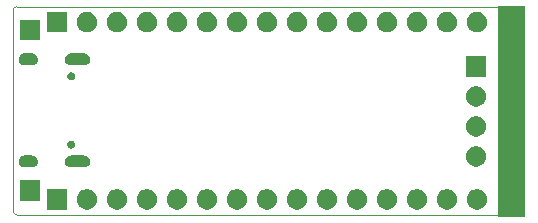
<source format=gbs>
G04 #@! TF.GenerationSoftware,KiCad,Pcbnew,5.1.5+dfsg1-2build2*
G04 #@! TF.CreationDate,2020-09-14T17:30:23+02:00*
G04 #@! TF.ProjectId,OtterPillG,4f747465-7250-4696-9c6c-472e6b696361,rev?*
G04 #@! TF.SameCoordinates,Original*
G04 #@! TF.FileFunction,Soldermask,Bot*
G04 #@! TF.FilePolarity,Negative*
%FSLAX46Y46*%
G04 Gerber Fmt 4.6, Leading zero omitted, Abs format (unit mm)*
G04 Created by KiCad (PCBNEW 5.1.5+dfsg1-2build2) date 2020-09-14 17:30:23*
%MOMM*%
%LPD*%
G04 APERTURE LIST*
%ADD10C,0.050000*%
%ADD11C,0.100000*%
G04 APERTURE END LIST*
D10*
X63200000Y-37100000D02*
G75*
G02X62900000Y-37400000I-300000J0D01*
G01*
X62900000Y-19800000D02*
G75*
G02X63200000Y-20100000I0J-300000D01*
G01*
X20000000Y-20100000D02*
G75*
G02X20300000Y-19800000I300000J0D01*
G01*
X20300000Y-37400000D02*
G75*
G02X20000000Y-37100000I0J300000D01*
G01*
X20000000Y-37100000D02*
X20000000Y-20100000D01*
X62900000Y-37400000D02*
X20300000Y-37400000D01*
X63200000Y-20100000D02*
X63200000Y-37100000D01*
X20300000Y-19800000D02*
X62900000Y-19800000D01*
D11*
G36*
X63300000Y-37600000D02*
G01*
X61070000Y-37600000D01*
X61070000Y-19700000D01*
X63300000Y-19700000D01*
X63300000Y-37600000D01*
G37*
G36*
X34110853Y-35273049D02*
G01*
X34110856Y-35273050D01*
X34110855Y-35273050D01*
X34267360Y-35337876D01*
X34267363Y-35337878D01*
X34408218Y-35431995D01*
X34528005Y-35551782D01*
X34622122Y-35692637D01*
X34622124Y-35692640D01*
X34674977Y-35820239D01*
X34686951Y-35849147D01*
X34720000Y-36015297D01*
X34720000Y-36184703D01*
X34686951Y-36350853D01*
X34686950Y-36350855D01*
X34622124Y-36507360D01*
X34622122Y-36507363D01*
X34528005Y-36648218D01*
X34408218Y-36768005D01*
X34267363Y-36862122D01*
X34267360Y-36862124D01*
X34139761Y-36914977D01*
X34110853Y-36926951D01*
X33944703Y-36960000D01*
X33775297Y-36960000D01*
X33609147Y-36926951D01*
X33580239Y-36914977D01*
X33452640Y-36862124D01*
X33452637Y-36862122D01*
X33311782Y-36768005D01*
X33191995Y-36648218D01*
X33097878Y-36507363D01*
X33097876Y-36507360D01*
X33033050Y-36350855D01*
X33033049Y-36350853D01*
X33000000Y-36184703D01*
X33000000Y-36015297D01*
X33033049Y-35849147D01*
X33045023Y-35820239D01*
X33097876Y-35692640D01*
X33097878Y-35692637D01*
X33191995Y-35551782D01*
X33311782Y-35431995D01*
X33452637Y-35337878D01*
X33452640Y-35337876D01*
X33609145Y-35273050D01*
X33609144Y-35273050D01*
X33609147Y-35273049D01*
X33775297Y-35240000D01*
X33944703Y-35240000D01*
X34110853Y-35273049D01*
G37*
G36*
X24560000Y-36960000D02*
G01*
X22840000Y-36960000D01*
X22840000Y-35240000D01*
X24560000Y-35240000D01*
X24560000Y-36960000D01*
G37*
G36*
X26490853Y-35273049D02*
G01*
X26490856Y-35273050D01*
X26490855Y-35273050D01*
X26647360Y-35337876D01*
X26647363Y-35337878D01*
X26788218Y-35431995D01*
X26908005Y-35551782D01*
X27002122Y-35692637D01*
X27002124Y-35692640D01*
X27054977Y-35820239D01*
X27066951Y-35849147D01*
X27100000Y-36015297D01*
X27100000Y-36184703D01*
X27066951Y-36350853D01*
X27066950Y-36350855D01*
X27002124Y-36507360D01*
X27002122Y-36507363D01*
X26908005Y-36648218D01*
X26788218Y-36768005D01*
X26647363Y-36862122D01*
X26647360Y-36862124D01*
X26519761Y-36914977D01*
X26490853Y-36926951D01*
X26324703Y-36960000D01*
X26155297Y-36960000D01*
X25989147Y-36926951D01*
X25960239Y-36914977D01*
X25832640Y-36862124D01*
X25832637Y-36862122D01*
X25691782Y-36768005D01*
X25571995Y-36648218D01*
X25477878Y-36507363D01*
X25477876Y-36507360D01*
X25413050Y-36350855D01*
X25413049Y-36350853D01*
X25380000Y-36184703D01*
X25380000Y-36015297D01*
X25413049Y-35849147D01*
X25425023Y-35820239D01*
X25477876Y-35692640D01*
X25477878Y-35692637D01*
X25571995Y-35551782D01*
X25691782Y-35431995D01*
X25832637Y-35337878D01*
X25832640Y-35337876D01*
X25989145Y-35273050D01*
X25989144Y-35273050D01*
X25989147Y-35273049D01*
X26155297Y-35240000D01*
X26324703Y-35240000D01*
X26490853Y-35273049D01*
G37*
G36*
X29030853Y-35273049D02*
G01*
X29030856Y-35273050D01*
X29030855Y-35273050D01*
X29187360Y-35337876D01*
X29187363Y-35337878D01*
X29328218Y-35431995D01*
X29448005Y-35551782D01*
X29542122Y-35692637D01*
X29542124Y-35692640D01*
X29594977Y-35820239D01*
X29606951Y-35849147D01*
X29640000Y-36015297D01*
X29640000Y-36184703D01*
X29606951Y-36350853D01*
X29606950Y-36350855D01*
X29542124Y-36507360D01*
X29542122Y-36507363D01*
X29448005Y-36648218D01*
X29328218Y-36768005D01*
X29187363Y-36862122D01*
X29187360Y-36862124D01*
X29059761Y-36914977D01*
X29030853Y-36926951D01*
X28864703Y-36960000D01*
X28695297Y-36960000D01*
X28529147Y-36926951D01*
X28500239Y-36914977D01*
X28372640Y-36862124D01*
X28372637Y-36862122D01*
X28231782Y-36768005D01*
X28111995Y-36648218D01*
X28017878Y-36507363D01*
X28017876Y-36507360D01*
X27953050Y-36350855D01*
X27953049Y-36350853D01*
X27920000Y-36184703D01*
X27920000Y-36015297D01*
X27953049Y-35849147D01*
X27965023Y-35820239D01*
X28017876Y-35692640D01*
X28017878Y-35692637D01*
X28111995Y-35551782D01*
X28231782Y-35431995D01*
X28372637Y-35337878D01*
X28372640Y-35337876D01*
X28529145Y-35273050D01*
X28529144Y-35273050D01*
X28529147Y-35273049D01*
X28695297Y-35240000D01*
X28864703Y-35240000D01*
X29030853Y-35273049D01*
G37*
G36*
X31570853Y-35273049D02*
G01*
X31570856Y-35273050D01*
X31570855Y-35273050D01*
X31727360Y-35337876D01*
X31727363Y-35337878D01*
X31868218Y-35431995D01*
X31988005Y-35551782D01*
X32082122Y-35692637D01*
X32082124Y-35692640D01*
X32134977Y-35820239D01*
X32146951Y-35849147D01*
X32180000Y-36015297D01*
X32180000Y-36184703D01*
X32146951Y-36350853D01*
X32146950Y-36350855D01*
X32082124Y-36507360D01*
X32082122Y-36507363D01*
X31988005Y-36648218D01*
X31868218Y-36768005D01*
X31727363Y-36862122D01*
X31727360Y-36862124D01*
X31599761Y-36914977D01*
X31570853Y-36926951D01*
X31404703Y-36960000D01*
X31235297Y-36960000D01*
X31069147Y-36926951D01*
X31040239Y-36914977D01*
X30912640Y-36862124D01*
X30912637Y-36862122D01*
X30771782Y-36768005D01*
X30651995Y-36648218D01*
X30557878Y-36507363D01*
X30557876Y-36507360D01*
X30493050Y-36350855D01*
X30493049Y-36350853D01*
X30460000Y-36184703D01*
X30460000Y-36015297D01*
X30493049Y-35849147D01*
X30505023Y-35820239D01*
X30557876Y-35692640D01*
X30557878Y-35692637D01*
X30651995Y-35551782D01*
X30771782Y-35431995D01*
X30912637Y-35337878D01*
X30912640Y-35337876D01*
X31069145Y-35273050D01*
X31069144Y-35273050D01*
X31069147Y-35273049D01*
X31235297Y-35240000D01*
X31404703Y-35240000D01*
X31570853Y-35273049D01*
G37*
G36*
X36650853Y-35273049D02*
G01*
X36650856Y-35273050D01*
X36650855Y-35273050D01*
X36807360Y-35337876D01*
X36807363Y-35337878D01*
X36948218Y-35431995D01*
X37068005Y-35551782D01*
X37162122Y-35692637D01*
X37162124Y-35692640D01*
X37214977Y-35820239D01*
X37226951Y-35849147D01*
X37260000Y-36015297D01*
X37260000Y-36184703D01*
X37226951Y-36350853D01*
X37226950Y-36350855D01*
X37162124Y-36507360D01*
X37162122Y-36507363D01*
X37068005Y-36648218D01*
X36948218Y-36768005D01*
X36807363Y-36862122D01*
X36807360Y-36862124D01*
X36679761Y-36914977D01*
X36650853Y-36926951D01*
X36484703Y-36960000D01*
X36315297Y-36960000D01*
X36149147Y-36926951D01*
X36120239Y-36914977D01*
X35992640Y-36862124D01*
X35992637Y-36862122D01*
X35851782Y-36768005D01*
X35731995Y-36648218D01*
X35637878Y-36507363D01*
X35637876Y-36507360D01*
X35573050Y-36350855D01*
X35573049Y-36350853D01*
X35540000Y-36184703D01*
X35540000Y-36015297D01*
X35573049Y-35849147D01*
X35585023Y-35820239D01*
X35637876Y-35692640D01*
X35637878Y-35692637D01*
X35731995Y-35551782D01*
X35851782Y-35431995D01*
X35992637Y-35337878D01*
X35992640Y-35337876D01*
X36149145Y-35273050D01*
X36149144Y-35273050D01*
X36149147Y-35273049D01*
X36315297Y-35240000D01*
X36484703Y-35240000D01*
X36650853Y-35273049D01*
G37*
G36*
X39190853Y-35273049D02*
G01*
X39190856Y-35273050D01*
X39190855Y-35273050D01*
X39347360Y-35337876D01*
X39347363Y-35337878D01*
X39488218Y-35431995D01*
X39608005Y-35551782D01*
X39702122Y-35692637D01*
X39702124Y-35692640D01*
X39754977Y-35820239D01*
X39766951Y-35849147D01*
X39800000Y-36015297D01*
X39800000Y-36184703D01*
X39766951Y-36350853D01*
X39766950Y-36350855D01*
X39702124Y-36507360D01*
X39702122Y-36507363D01*
X39608005Y-36648218D01*
X39488218Y-36768005D01*
X39347363Y-36862122D01*
X39347360Y-36862124D01*
X39219761Y-36914977D01*
X39190853Y-36926951D01*
X39024703Y-36960000D01*
X38855297Y-36960000D01*
X38689147Y-36926951D01*
X38660239Y-36914977D01*
X38532640Y-36862124D01*
X38532637Y-36862122D01*
X38391782Y-36768005D01*
X38271995Y-36648218D01*
X38177878Y-36507363D01*
X38177876Y-36507360D01*
X38113050Y-36350855D01*
X38113049Y-36350853D01*
X38080000Y-36184703D01*
X38080000Y-36015297D01*
X38113049Y-35849147D01*
X38125023Y-35820239D01*
X38177876Y-35692640D01*
X38177878Y-35692637D01*
X38271995Y-35551782D01*
X38391782Y-35431995D01*
X38532637Y-35337878D01*
X38532640Y-35337876D01*
X38689145Y-35273050D01*
X38689144Y-35273050D01*
X38689147Y-35273049D01*
X38855297Y-35240000D01*
X39024703Y-35240000D01*
X39190853Y-35273049D01*
G37*
G36*
X41730853Y-35273049D02*
G01*
X41730856Y-35273050D01*
X41730855Y-35273050D01*
X41887360Y-35337876D01*
X41887363Y-35337878D01*
X42028218Y-35431995D01*
X42148005Y-35551782D01*
X42242122Y-35692637D01*
X42242124Y-35692640D01*
X42294977Y-35820239D01*
X42306951Y-35849147D01*
X42340000Y-36015297D01*
X42340000Y-36184703D01*
X42306951Y-36350853D01*
X42306950Y-36350855D01*
X42242124Y-36507360D01*
X42242122Y-36507363D01*
X42148005Y-36648218D01*
X42028218Y-36768005D01*
X41887363Y-36862122D01*
X41887360Y-36862124D01*
X41759761Y-36914977D01*
X41730853Y-36926951D01*
X41564703Y-36960000D01*
X41395297Y-36960000D01*
X41229147Y-36926951D01*
X41200239Y-36914977D01*
X41072640Y-36862124D01*
X41072637Y-36862122D01*
X40931782Y-36768005D01*
X40811995Y-36648218D01*
X40717878Y-36507363D01*
X40717876Y-36507360D01*
X40653050Y-36350855D01*
X40653049Y-36350853D01*
X40620000Y-36184703D01*
X40620000Y-36015297D01*
X40653049Y-35849147D01*
X40665023Y-35820239D01*
X40717876Y-35692640D01*
X40717878Y-35692637D01*
X40811995Y-35551782D01*
X40931782Y-35431995D01*
X41072637Y-35337878D01*
X41072640Y-35337876D01*
X41229145Y-35273050D01*
X41229144Y-35273050D01*
X41229147Y-35273049D01*
X41395297Y-35240000D01*
X41564703Y-35240000D01*
X41730853Y-35273049D01*
G37*
G36*
X44270853Y-35273049D02*
G01*
X44270856Y-35273050D01*
X44270855Y-35273050D01*
X44427360Y-35337876D01*
X44427363Y-35337878D01*
X44568218Y-35431995D01*
X44688005Y-35551782D01*
X44782122Y-35692637D01*
X44782124Y-35692640D01*
X44834977Y-35820239D01*
X44846951Y-35849147D01*
X44880000Y-36015297D01*
X44880000Y-36184703D01*
X44846951Y-36350853D01*
X44846950Y-36350855D01*
X44782124Y-36507360D01*
X44782122Y-36507363D01*
X44688005Y-36648218D01*
X44568218Y-36768005D01*
X44427363Y-36862122D01*
X44427360Y-36862124D01*
X44299761Y-36914977D01*
X44270853Y-36926951D01*
X44104703Y-36960000D01*
X43935297Y-36960000D01*
X43769147Y-36926951D01*
X43740239Y-36914977D01*
X43612640Y-36862124D01*
X43612637Y-36862122D01*
X43471782Y-36768005D01*
X43351995Y-36648218D01*
X43257878Y-36507363D01*
X43257876Y-36507360D01*
X43193050Y-36350855D01*
X43193049Y-36350853D01*
X43160000Y-36184703D01*
X43160000Y-36015297D01*
X43193049Y-35849147D01*
X43205023Y-35820239D01*
X43257876Y-35692640D01*
X43257878Y-35692637D01*
X43351995Y-35551782D01*
X43471782Y-35431995D01*
X43612637Y-35337878D01*
X43612640Y-35337876D01*
X43769145Y-35273050D01*
X43769144Y-35273050D01*
X43769147Y-35273049D01*
X43935297Y-35240000D01*
X44104703Y-35240000D01*
X44270853Y-35273049D01*
G37*
G36*
X46810853Y-35273049D02*
G01*
X46810856Y-35273050D01*
X46810855Y-35273050D01*
X46967360Y-35337876D01*
X46967363Y-35337878D01*
X47108218Y-35431995D01*
X47228005Y-35551782D01*
X47322122Y-35692637D01*
X47322124Y-35692640D01*
X47374977Y-35820239D01*
X47386951Y-35849147D01*
X47420000Y-36015297D01*
X47420000Y-36184703D01*
X47386951Y-36350853D01*
X47386950Y-36350855D01*
X47322124Y-36507360D01*
X47322122Y-36507363D01*
X47228005Y-36648218D01*
X47108218Y-36768005D01*
X46967363Y-36862122D01*
X46967360Y-36862124D01*
X46839761Y-36914977D01*
X46810853Y-36926951D01*
X46644703Y-36960000D01*
X46475297Y-36960000D01*
X46309147Y-36926951D01*
X46280239Y-36914977D01*
X46152640Y-36862124D01*
X46152637Y-36862122D01*
X46011782Y-36768005D01*
X45891995Y-36648218D01*
X45797878Y-36507363D01*
X45797876Y-36507360D01*
X45733050Y-36350855D01*
X45733049Y-36350853D01*
X45700000Y-36184703D01*
X45700000Y-36015297D01*
X45733049Y-35849147D01*
X45745023Y-35820239D01*
X45797876Y-35692640D01*
X45797878Y-35692637D01*
X45891995Y-35551782D01*
X46011782Y-35431995D01*
X46152637Y-35337878D01*
X46152640Y-35337876D01*
X46309145Y-35273050D01*
X46309144Y-35273050D01*
X46309147Y-35273049D01*
X46475297Y-35240000D01*
X46644703Y-35240000D01*
X46810853Y-35273049D01*
G37*
G36*
X49350853Y-35273049D02*
G01*
X49350856Y-35273050D01*
X49350855Y-35273050D01*
X49507360Y-35337876D01*
X49507363Y-35337878D01*
X49648218Y-35431995D01*
X49768005Y-35551782D01*
X49862122Y-35692637D01*
X49862124Y-35692640D01*
X49914977Y-35820239D01*
X49926951Y-35849147D01*
X49960000Y-36015297D01*
X49960000Y-36184703D01*
X49926951Y-36350853D01*
X49926950Y-36350855D01*
X49862124Y-36507360D01*
X49862122Y-36507363D01*
X49768005Y-36648218D01*
X49648218Y-36768005D01*
X49507363Y-36862122D01*
X49507360Y-36862124D01*
X49379761Y-36914977D01*
X49350853Y-36926951D01*
X49184703Y-36960000D01*
X49015297Y-36960000D01*
X48849147Y-36926951D01*
X48820239Y-36914977D01*
X48692640Y-36862124D01*
X48692637Y-36862122D01*
X48551782Y-36768005D01*
X48431995Y-36648218D01*
X48337878Y-36507363D01*
X48337876Y-36507360D01*
X48273050Y-36350855D01*
X48273049Y-36350853D01*
X48240000Y-36184703D01*
X48240000Y-36015297D01*
X48273049Y-35849147D01*
X48285023Y-35820239D01*
X48337876Y-35692640D01*
X48337878Y-35692637D01*
X48431995Y-35551782D01*
X48551782Y-35431995D01*
X48692637Y-35337878D01*
X48692640Y-35337876D01*
X48849145Y-35273050D01*
X48849144Y-35273050D01*
X48849147Y-35273049D01*
X49015297Y-35240000D01*
X49184703Y-35240000D01*
X49350853Y-35273049D01*
G37*
G36*
X51890853Y-35273049D02*
G01*
X51890856Y-35273050D01*
X51890855Y-35273050D01*
X52047360Y-35337876D01*
X52047363Y-35337878D01*
X52188218Y-35431995D01*
X52308005Y-35551782D01*
X52402122Y-35692637D01*
X52402124Y-35692640D01*
X52454977Y-35820239D01*
X52466951Y-35849147D01*
X52500000Y-36015297D01*
X52500000Y-36184703D01*
X52466951Y-36350853D01*
X52466950Y-36350855D01*
X52402124Y-36507360D01*
X52402122Y-36507363D01*
X52308005Y-36648218D01*
X52188218Y-36768005D01*
X52047363Y-36862122D01*
X52047360Y-36862124D01*
X51919761Y-36914977D01*
X51890853Y-36926951D01*
X51724703Y-36960000D01*
X51555297Y-36960000D01*
X51389147Y-36926951D01*
X51360239Y-36914977D01*
X51232640Y-36862124D01*
X51232637Y-36862122D01*
X51091782Y-36768005D01*
X50971995Y-36648218D01*
X50877878Y-36507363D01*
X50877876Y-36507360D01*
X50813050Y-36350855D01*
X50813049Y-36350853D01*
X50780000Y-36184703D01*
X50780000Y-36015297D01*
X50813049Y-35849147D01*
X50825023Y-35820239D01*
X50877876Y-35692640D01*
X50877878Y-35692637D01*
X50971995Y-35551782D01*
X51091782Y-35431995D01*
X51232637Y-35337878D01*
X51232640Y-35337876D01*
X51389145Y-35273050D01*
X51389144Y-35273050D01*
X51389147Y-35273049D01*
X51555297Y-35240000D01*
X51724703Y-35240000D01*
X51890853Y-35273049D01*
G37*
G36*
X54430853Y-35273049D02*
G01*
X54430856Y-35273050D01*
X54430855Y-35273050D01*
X54587360Y-35337876D01*
X54587363Y-35337878D01*
X54728218Y-35431995D01*
X54848005Y-35551782D01*
X54942122Y-35692637D01*
X54942124Y-35692640D01*
X54994977Y-35820239D01*
X55006951Y-35849147D01*
X55040000Y-36015297D01*
X55040000Y-36184703D01*
X55006951Y-36350853D01*
X55006950Y-36350855D01*
X54942124Y-36507360D01*
X54942122Y-36507363D01*
X54848005Y-36648218D01*
X54728218Y-36768005D01*
X54587363Y-36862122D01*
X54587360Y-36862124D01*
X54459761Y-36914977D01*
X54430853Y-36926951D01*
X54264703Y-36960000D01*
X54095297Y-36960000D01*
X53929147Y-36926951D01*
X53900239Y-36914977D01*
X53772640Y-36862124D01*
X53772637Y-36862122D01*
X53631782Y-36768005D01*
X53511995Y-36648218D01*
X53417878Y-36507363D01*
X53417876Y-36507360D01*
X53353050Y-36350855D01*
X53353049Y-36350853D01*
X53320000Y-36184703D01*
X53320000Y-36015297D01*
X53353049Y-35849147D01*
X53365023Y-35820239D01*
X53417876Y-35692640D01*
X53417878Y-35692637D01*
X53511995Y-35551782D01*
X53631782Y-35431995D01*
X53772637Y-35337878D01*
X53772640Y-35337876D01*
X53929145Y-35273050D01*
X53929144Y-35273050D01*
X53929147Y-35273049D01*
X54095297Y-35240000D01*
X54264703Y-35240000D01*
X54430853Y-35273049D01*
G37*
G36*
X56970853Y-35273049D02*
G01*
X56970856Y-35273050D01*
X56970855Y-35273050D01*
X57127360Y-35337876D01*
X57127363Y-35337878D01*
X57268218Y-35431995D01*
X57388005Y-35551782D01*
X57482122Y-35692637D01*
X57482124Y-35692640D01*
X57534977Y-35820239D01*
X57546951Y-35849147D01*
X57580000Y-36015297D01*
X57580000Y-36184703D01*
X57546951Y-36350853D01*
X57546950Y-36350855D01*
X57482124Y-36507360D01*
X57482122Y-36507363D01*
X57388005Y-36648218D01*
X57268218Y-36768005D01*
X57127363Y-36862122D01*
X57127360Y-36862124D01*
X56999761Y-36914977D01*
X56970853Y-36926951D01*
X56804703Y-36960000D01*
X56635297Y-36960000D01*
X56469147Y-36926951D01*
X56440239Y-36914977D01*
X56312640Y-36862124D01*
X56312637Y-36862122D01*
X56171782Y-36768005D01*
X56051995Y-36648218D01*
X55957878Y-36507363D01*
X55957876Y-36507360D01*
X55893050Y-36350855D01*
X55893049Y-36350853D01*
X55860000Y-36184703D01*
X55860000Y-36015297D01*
X55893049Y-35849147D01*
X55905023Y-35820239D01*
X55957876Y-35692640D01*
X55957878Y-35692637D01*
X56051995Y-35551782D01*
X56171782Y-35431995D01*
X56312637Y-35337878D01*
X56312640Y-35337876D01*
X56469145Y-35273050D01*
X56469144Y-35273050D01*
X56469147Y-35273049D01*
X56635297Y-35240000D01*
X56804703Y-35240000D01*
X56970853Y-35273049D01*
G37*
G36*
X59510853Y-35273049D02*
G01*
X59510856Y-35273050D01*
X59510855Y-35273050D01*
X59667360Y-35337876D01*
X59667363Y-35337878D01*
X59808218Y-35431995D01*
X59928005Y-35551782D01*
X60022122Y-35692637D01*
X60022124Y-35692640D01*
X60074977Y-35820239D01*
X60086951Y-35849147D01*
X60120000Y-36015297D01*
X60120000Y-36184703D01*
X60086951Y-36350853D01*
X60086950Y-36350855D01*
X60022124Y-36507360D01*
X60022122Y-36507363D01*
X59928005Y-36648218D01*
X59808218Y-36768005D01*
X59667363Y-36862122D01*
X59667360Y-36862124D01*
X59539761Y-36914977D01*
X59510853Y-36926951D01*
X59344703Y-36960000D01*
X59175297Y-36960000D01*
X59009147Y-36926951D01*
X58980239Y-36914977D01*
X58852640Y-36862124D01*
X58852637Y-36862122D01*
X58711782Y-36768005D01*
X58591995Y-36648218D01*
X58497878Y-36507363D01*
X58497876Y-36507360D01*
X58433050Y-36350855D01*
X58433049Y-36350853D01*
X58400000Y-36184703D01*
X58400000Y-36015297D01*
X58433049Y-35849147D01*
X58445023Y-35820239D01*
X58497876Y-35692640D01*
X58497878Y-35692637D01*
X58591995Y-35551782D01*
X58711782Y-35431995D01*
X58852637Y-35337878D01*
X58852640Y-35337876D01*
X59009145Y-35273050D01*
X59009144Y-35273050D01*
X59009147Y-35273049D01*
X59175297Y-35240000D01*
X59344703Y-35240000D01*
X59510853Y-35273049D01*
G37*
G36*
X22280000Y-36200000D02*
G01*
X20560000Y-36200000D01*
X20560000Y-34480000D01*
X22280000Y-34480000D01*
X22280000Y-36200000D01*
G37*
G36*
X21674976Y-32387380D02*
G01*
X21771112Y-32416542D01*
X21859710Y-32463899D01*
X21937368Y-32527631D01*
X22001100Y-32605289D01*
X22048457Y-32693887D01*
X22077619Y-32790023D01*
X22087466Y-32890000D01*
X22077619Y-32989977D01*
X22048457Y-33086113D01*
X22001100Y-33174711D01*
X22001098Y-33174714D01*
X22001097Y-33174715D01*
X21937368Y-33252369D01*
X21883045Y-33296951D01*
X21859710Y-33316101D01*
X21771112Y-33363458D01*
X21674976Y-33392620D01*
X21600047Y-33400000D01*
X20949951Y-33400000D01*
X20875022Y-33392620D01*
X20778886Y-33363458D01*
X20690288Y-33316101D01*
X20666954Y-33296951D01*
X20612630Y-33252369D01*
X20548901Y-33174715D01*
X20548900Y-33174714D01*
X20548898Y-33174711D01*
X20501541Y-33086113D01*
X20472379Y-32989977D01*
X20462532Y-32890000D01*
X20472379Y-32790023D01*
X20501541Y-32693887D01*
X20548898Y-32605289D01*
X20612630Y-32527631D01*
X20690288Y-32463899D01*
X20778886Y-32416542D01*
X20875022Y-32387380D01*
X20949951Y-32380000D01*
X21600047Y-32380000D01*
X21674976Y-32387380D01*
G37*
G36*
X26104976Y-32387380D02*
G01*
X26201112Y-32416542D01*
X26289710Y-32463899D01*
X26367368Y-32527631D01*
X26431100Y-32605289D01*
X26478457Y-32693887D01*
X26507619Y-32790023D01*
X26517466Y-32890000D01*
X26507619Y-32989977D01*
X26478457Y-33086113D01*
X26431100Y-33174711D01*
X26431098Y-33174714D01*
X26431097Y-33174715D01*
X26367368Y-33252369D01*
X26313045Y-33296951D01*
X26289710Y-33316101D01*
X26201112Y-33363458D01*
X26104976Y-33392620D01*
X26030047Y-33400000D01*
X24879951Y-33400000D01*
X24805022Y-33392620D01*
X24708886Y-33363458D01*
X24620288Y-33316101D01*
X24596954Y-33296951D01*
X24542630Y-33252369D01*
X24478901Y-33174715D01*
X24478900Y-33174714D01*
X24478898Y-33174711D01*
X24431541Y-33086113D01*
X24402379Y-32989977D01*
X24392532Y-32890000D01*
X24402379Y-32790023D01*
X24431541Y-32693887D01*
X24478898Y-32605289D01*
X24542630Y-32527631D01*
X24620288Y-32463899D01*
X24708886Y-32416542D01*
X24805022Y-32387380D01*
X24879951Y-32380000D01*
X26030047Y-32380000D01*
X26104976Y-32387380D01*
G37*
G36*
X59450853Y-31643049D02*
G01*
X59450856Y-31643050D01*
X59450855Y-31643050D01*
X59607360Y-31707876D01*
X59607363Y-31707878D01*
X59748218Y-31801995D01*
X59868005Y-31921782D01*
X59962122Y-32062637D01*
X59962124Y-32062640D01*
X60014977Y-32190239D01*
X60026951Y-32219147D01*
X60060000Y-32385297D01*
X60060000Y-32554703D01*
X60026951Y-32720853D01*
X60026950Y-32720855D01*
X59962124Y-32877360D01*
X59962122Y-32877363D01*
X59868005Y-33018218D01*
X59748218Y-33138005D01*
X59607363Y-33232122D01*
X59607360Y-33232124D01*
X59479761Y-33284977D01*
X59450853Y-33296951D01*
X59284703Y-33330000D01*
X59115297Y-33330000D01*
X58949147Y-33296951D01*
X58920239Y-33284977D01*
X58792640Y-33232124D01*
X58792637Y-33232122D01*
X58651782Y-33138005D01*
X58531995Y-33018218D01*
X58437878Y-32877363D01*
X58437876Y-32877360D01*
X58373050Y-32720855D01*
X58373049Y-32720853D01*
X58340000Y-32554703D01*
X58340000Y-32385297D01*
X58373049Y-32219147D01*
X58385023Y-32190239D01*
X58437876Y-32062640D01*
X58437878Y-32062637D01*
X58531995Y-31921782D01*
X58651782Y-31801995D01*
X58792637Y-31707878D01*
X58792640Y-31707876D01*
X58949145Y-31643050D01*
X58949144Y-31643050D01*
X58949147Y-31643049D01*
X59115297Y-31610000D01*
X59284703Y-31610000D01*
X59450853Y-31643049D01*
G37*
G36*
X25022717Y-31137874D02*
G01*
X25083678Y-31163125D01*
X25083681Y-31163127D01*
X25138549Y-31199788D01*
X25185211Y-31246450D01*
X25221872Y-31301318D01*
X25221874Y-31301321D01*
X25247125Y-31362282D01*
X25259999Y-31427005D01*
X25259999Y-31492995D01*
X25247125Y-31557718D01*
X25221874Y-31618679D01*
X25221872Y-31618682D01*
X25185211Y-31673550D01*
X25138549Y-31720212D01*
X25083681Y-31756873D01*
X25083678Y-31756875D01*
X25022717Y-31782126D01*
X24957994Y-31795000D01*
X24892004Y-31795000D01*
X24827281Y-31782126D01*
X24766320Y-31756875D01*
X24766317Y-31756873D01*
X24711449Y-31720212D01*
X24664787Y-31673550D01*
X24628126Y-31618682D01*
X24628124Y-31618679D01*
X24602873Y-31557718D01*
X24589999Y-31492995D01*
X24589999Y-31427005D01*
X24602873Y-31362282D01*
X24628124Y-31301321D01*
X24628126Y-31301318D01*
X24664787Y-31246450D01*
X24711449Y-31199788D01*
X24766317Y-31163127D01*
X24766320Y-31163125D01*
X24827281Y-31137874D01*
X24892004Y-31125000D01*
X24957994Y-31125000D01*
X25022717Y-31137874D01*
G37*
G36*
X59450853Y-29103049D02*
G01*
X59450856Y-29103050D01*
X59450855Y-29103050D01*
X59607360Y-29167876D01*
X59607363Y-29167878D01*
X59748218Y-29261995D01*
X59868005Y-29381782D01*
X59962122Y-29522637D01*
X59962124Y-29522640D01*
X60014977Y-29650239D01*
X60026951Y-29679147D01*
X60060000Y-29845297D01*
X60060000Y-30014703D01*
X60026951Y-30180853D01*
X60026950Y-30180855D01*
X59962124Y-30337360D01*
X59962122Y-30337363D01*
X59868005Y-30478218D01*
X59748218Y-30598005D01*
X59607363Y-30692122D01*
X59607360Y-30692124D01*
X59479761Y-30744977D01*
X59450853Y-30756951D01*
X59284703Y-30790000D01*
X59115297Y-30790000D01*
X58949147Y-30756951D01*
X58920239Y-30744977D01*
X58792640Y-30692124D01*
X58792637Y-30692122D01*
X58651782Y-30598005D01*
X58531995Y-30478218D01*
X58437878Y-30337363D01*
X58437876Y-30337360D01*
X58373050Y-30180855D01*
X58373049Y-30180853D01*
X58340000Y-30014703D01*
X58340000Y-29845297D01*
X58373049Y-29679147D01*
X58385023Y-29650239D01*
X58437876Y-29522640D01*
X58437878Y-29522637D01*
X58531995Y-29381782D01*
X58651782Y-29261995D01*
X58792637Y-29167878D01*
X58792640Y-29167876D01*
X58949145Y-29103050D01*
X58949144Y-29103050D01*
X58949147Y-29103049D01*
X59115297Y-29070000D01*
X59284703Y-29070000D01*
X59450853Y-29103049D01*
G37*
G36*
X59450853Y-26563049D02*
G01*
X59450856Y-26563050D01*
X59450855Y-26563050D01*
X59607360Y-26627876D01*
X59607363Y-26627878D01*
X59748218Y-26721995D01*
X59868005Y-26841782D01*
X59962122Y-26982637D01*
X59962124Y-26982640D01*
X60014977Y-27110239D01*
X60026951Y-27139147D01*
X60060000Y-27305297D01*
X60060000Y-27474703D01*
X60026951Y-27640853D01*
X60026950Y-27640855D01*
X59962124Y-27797360D01*
X59962122Y-27797363D01*
X59868005Y-27938218D01*
X59748218Y-28058005D01*
X59607363Y-28152122D01*
X59607360Y-28152124D01*
X59479761Y-28204977D01*
X59450853Y-28216951D01*
X59284703Y-28250000D01*
X59115297Y-28250000D01*
X58949147Y-28216951D01*
X58920239Y-28204977D01*
X58792640Y-28152124D01*
X58792637Y-28152122D01*
X58651782Y-28058005D01*
X58531995Y-27938218D01*
X58437878Y-27797363D01*
X58437876Y-27797360D01*
X58373050Y-27640855D01*
X58373049Y-27640853D01*
X58340000Y-27474703D01*
X58340000Y-27305297D01*
X58373049Y-27139147D01*
X58385023Y-27110239D01*
X58437876Y-26982640D01*
X58437878Y-26982637D01*
X58531995Y-26841782D01*
X58651782Y-26721995D01*
X58792637Y-26627878D01*
X58792640Y-26627876D01*
X58949145Y-26563050D01*
X58949144Y-26563050D01*
X58949147Y-26563049D01*
X59115297Y-26530000D01*
X59284703Y-26530000D01*
X59450853Y-26563049D01*
G37*
G36*
X25022717Y-25357874D02*
G01*
X25083678Y-25383125D01*
X25083681Y-25383127D01*
X25138549Y-25419788D01*
X25185211Y-25466450D01*
X25221872Y-25521318D01*
X25221874Y-25521321D01*
X25247125Y-25582282D01*
X25259999Y-25647005D01*
X25259999Y-25712995D01*
X25247125Y-25777718D01*
X25221874Y-25838679D01*
X25221872Y-25838682D01*
X25185211Y-25893550D01*
X25138549Y-25940212D01*
X25083681Y-25976873D01*
X25083678Y-25976875D01*
X25022717Y-26002126D01*
X24957994Y-26015000D01*
X24892004Y-26015000D01*
X24827281Y-26002126D01*
X24766320Y-25976875D01*
X24766317Y-25976873D01*
X24711449Y-25940212D01*
X24664787Y-25893550D01*
X24628126Y-25838682D01*
X24628124Y-25838679D01*
X24602873Y-25777718D01*
X24589999Y-25712995D01*
X24589999Y-25647005D01*
X24602873Y-25582282D01*
X24628124Y-25521321D01*
X24628126Y-25521318D01*
X24664787Y-25466450D01*
X24711449Y-25419788D01*
X24766317Y-25383127D01*
X24766320Y-25383125D01*
X24827281Y-25357874D01*
X24892004Y-25345000D01*
X24957994Y-25345000D01*
X25022717Y-25357874D01*
G37*
G36*
X60060000Y-25710000D02*
G01*
X58340000Y-25710000D01*
X58340000Y-23990000D01*
X60060000Y-23990000D01*
X60060000Y-25710000D01*
G37*
G36*
X21674976Y-23747380D02*
G01*
X21771112Y-23776542D01*
X21859710Y-23823899D01*
X21937368Y-23887631D01*
X22001100Y-23965289D01*
X22048457Y-24053887D01*
X22077619Y-24150023D01*
X22087466Y-24250000D01*
X22077619Y-24349977D01*
X22048457Y-24446113D01*
X22001100Y-24534711D01*
X21937368Y-24612369D01*
X21859710Y-24676101D01*
X21771112Y-24723458D01*
X21674976Y-24752620D01*
X21600047Y-24760000D01*
X20949951Y-24760000D01*
X20875022Y-24752620D01*
X20778886Y-24723458D01*
X20690288Y-24676101D01*
X20612630Y-24612369D01*
X20548898Y-24534711D01*
X20501541Y-24446113D01*
X20472379Y-24349977D01*
X20462532Y-24250000D01*
X20472379Y-24150023D01*
X20501541Y-24053887D01*
X20548898Y-23965289D01*
X20612630Y-23887631D01*
X20690288Y-23823899D01*
X20778886Y-23776542D01*
X20875022Y-23747380D01*
X20949951Y-23740000D01*
X21600047Y-23740000D01*
X21674976Y-23747380D01*
G37*
G36*
X26104976Y-23747380D02*
G01*
X26201112Y-23776542D01*
X26289710Y-23823899D01*
X26367368Y-23887631D01*
X26431100Y-23965289D01*
X26478457Y-24053887D01*
X26507619Y-24150023D01*
X26517466Y-24250000D01*
X26507619Y-24349977D01*
X26478457Y-24446113D01*
X26431100Y-24534711D01*
X26367368Y-24612369D01*
X26289710Y-24676101D01*
X26201112Y-24723458D01*
X26104976Y-24752620D01*
X26030047Y-24760000D01*
X24879951Y-24760000D01*
X24805022Y-24752620D01*
X24708886Y-24723458D01*
X24620288Y-24676101D01*
X24542630Y-24612369D01*
X24478898Y-24534711D01*
X24431541Y-24446113D01*
X24402379Y-24349977D01*
X24392532Y-24250000D01*
X24402379Y-24150023D01*
X24431541Y-24053887D01*
X24478898Y-23965289D01*
X24542630Y-23887631D01*
X24620288Y-23823899D01*
X24708886Y-23776542D01*
X24805022Y-23747380D01*
X24879951Y-23740000D01*
X26030047Y-23740000D01*
X26104976Y-23747380D01*
G37*
G36*
X22280000Y-22640000D02*
G01*
X20560000Y-22640000D01*
X20560000Y-20920000D01*
X22280000Y-20920000D01*
X22280000Y-22640000D01*
G37*
G36*
X29030853Y-20273049D02*
G01*
X29030856Y-20273050D01*
X29030855Y-20273050D01*
X29187360Y-20337876D01*
X29187363Y-20337878D01*
X29328218Y-20431995D01*
X29448005Y-20551782D01*
X29542122Y-20692637D01*
X29542124Y-20692640D01*
X29594977Y-20820239D01*
X29606951Y-20849147D01*
X29640000Y-21015297D01*
X29640000Y-21184703D01*
X29606951Y-21350853D01*
X29606950Y-21350855D01*
X29542124Y-21507360D01*
X29542122Y-21507363D01*
X29448005Y-21648218D01*
X29328218Y-21768005D01*
X29187363Y-21862122D01*
X29187360Y-21862124D01*
X29059761Y-21914977D01*
X29030853Y-21926951D01*
X28864703Y-21960000D01*
X28695297Y-21960000D01*
X28529147Y-21926951D01*
X28500239Y-21914977D01*
X28372640Y-21862124D01*
X28372637Y-21862122D01*
X28231782Y-21768005D01*
X28111995Y-21648218D01*
X28017878Y-21507363D01*
X28017876Y-21507360D01*
X27953050Y-21350855D01*
X27953049Y-21350853D01*
X27920000Y-21184703D01*
X27920000Y-21015297D01*
X27953049Y-20849147D01*
X27965023Y-20820239D01*
X28017876Y-20692640D01*
X28017878Y-20692637D01*
X28111995Y-20551782D01*
X28231782Y-20431995D01*
X28372637Y-20337878D01*
X28372640Y-20337876D01*
X28529145Y-20273050D01*
X28529144Y-20273050D01*
X28529147Y-20273049D01*
X28695297Y-20240000D01*
X28864703Y-20240000D01*
X29030853Y-20273049D01*
G37*
G36*
X36650853Y-20273049D02*
G01*
X36650856Y-20273050D01*
X36650855Y-20273050D01*
X36807360Y-20337876D01*
X36807363Y-20337878D01*
X36948218Y-20431995D01*
X37068005Y-20551782D01*
X37162122Y-20692637D01*
X37162124Y-20692640D01*
X37214977Y-20820239D01*
X37226951Y-20849147D01*
X37260000Y-21015297D01*
X37260000Y-21184703D01*
X37226951Y-21350853D01*
X37226950Y-21350855D01*
X37162124Y-21507360D01*
X37162122Y-21507363D01*
X37068005Y-21648218D01*
X36948218Y-21768005D01*
X36807363Y-21862122D01*
X36807360Y-21862124D01*
X36679761Y-21914977D01*
X36650853Y-21926951D01*
X36484703Y-21960000D01*
X36315297Y-21960000D01*
X36149147Y-21926951D01*
X36120239Y-21914977D01*
X35992640Y-21862124D01*
X35992637Y-21862122D01*
X35851782Y-21768005D01*
X35731995Y-21648218D01*
X35637878Y-21507363D01*
X35637876Y-21507360D01*
X35573050Y-21350855D01*
X35573049Y-21350853D01*
X35540000Y-21184703D01*
X35540000Y-21015297D01*
X35573049Y-20849147D01*
X35585023Y-20820239D01*
X35637876Y-20692640D01*
X35637878Y-20692637D01*
X35731995Y-20551782D01*
X35851782Y-20431995D01*
X35992637Y-20337878D01*
X35992640Y-20337876D01*
X36149145Y-20273050D01*
X36149144Y-20273050D01*
X36149147Y-20273049D01*
X36315297Y-20240000D01*
X36484703Y-20240000D01*
X36650853Y-20273049D01*
G37*
G36*
X39190853Y-20273049D02*
G01*
X39190856Y-20273050D01*
X39190855Y-20273050D01*
X39347360Y-20337876D01*
X39347363Y-20337878D01*
X39488218Y-20431995D01*
X39608005Y-20551782D01*
X39702122Y-20692637D01*
X39702124Y-20692640D01*
X39754977Y-20820239D01*
X39766951Y-20849147D01*
X39800000Y-21015297D01*
X39800000Y-21184703D01*
X39766951Y-21350853D01*
X39766950Y-21350855D01*
X39702124Y-21507360D01*
X39702122Y-21507363D01*
X39608005Y-21648218D01*
X39488218Y-21768005D01*
X39347363Y-21862122D01*
X39347360Y-21862124D01*
X39219761Y-21914977D01*
X39190853Y-21926951D01*
X39024703Y-21960000D01*
X38855297Y-21960000D01*
X38689147Y-21926951D01*
X38660239Y-21914977D01*
X38532640Y-21862124D01*
X38532637Y-21862122D01*
X38391782Y-21768005D01*
X38271995Y-21648218D01*
X38177878Y-21507363D01*
X38177876Y-21507360D01*
X38113050Y-21350855D01*
X38113049Y-21350853D01*
X38080000Y-21184703D01*
X38080000Y-21015297D01*
X38113049Y-20849147D01*
X38125023Y-20820239D01*
X38177876Y-20692640D01*
X38177878Y-20692637D01*
X38271995Y-20551782D01*
X38391782Y-20431995D01*
X38532637Y-20337878D01*
X38532640Y-20337876D01*
X38689145Y-20273050D01*
X38689144Y-20273050D01*
X38689147Y-20273049D01*
X38855297Y-20240000D01*
X39024703Y-20240000D01*
X39190853Y-20273049D01*
G37*
G36*
X34110853Y-20273049D02*
G01*
X34110856Y-20273050D01*
X34110855Y-20273050D01*
X34267360Y-20337876D01*
X34267363Y-20337878D01*
X34408218Y-20431995D01*
X34528005Y-20551782D01*
X34622122Y-20692637D01*
X34622124Y-20692640D01*
X34674977Y-20820239D01*
X34686951Y-20849147D01*
X34720000Y-21015297D01*
X34720000Y-21184703D01*
X34686951Y-21350853D01*
X34686950Y-21350855D01*
X34622124Y-21507360D01*
X34622122Y-21507363D01*
X34528005Y-21648218D01*
X34408218Y-21768005D01*
X34267363Y-21862122D01*
X34267360Y-21862124D01*
X34139761Y-21914977D01*
X34110853Y-21926951D01*
X33944703Y-21960000D01*
X33775297Y-21960000D01*
X33609147Y-21926951D01*
X33580239Y-21914977D01*
X33452640Y-21862124D01*
X33452637Y-21862122D01*
X33311782Y-21768005D01*
X33191995Y-21648218D01*
X33097878Y-21507363D01*
X33097876Y-21507360D01*
X33033050Y-21350855D01*
X33033049Y-21350853D01*
X33000000Y-21184703D01*
X33000000Y-21015297D01*
X33033049Y-20849147D01*
X33045023Y-20820239D01*
X33097876Y-20692640D01*
X33097878Y-20692637D01*
X33191995Y-20551782D01*
X33311782Y-20431995D01*
X33452637Y-20337878D01*
X33452640Y-20337876D01*
X33609145Y-20273050D01*
X33609144Y-20273050D01*
X33609147Y-20273049D01*
X33775297Y-20240000D01*
X33944703Y-20240000D01*
X34110853Y-20273049D01*
G37*
G36*
X31570853Y-20273049D02*
G01*
X31570856Y-20273050D01*
X31570855Y-20273050D01*
X31727360Y-20337876D01*
X31727363Y-20337878D01*
X31868218Y-20431995D01*
X31988005Y-20551782D01*
X32082122Y-20692637D01*
X32082124Y-20692640D01*
X32134977Y-20820239D01*
X32146951Y-20849147D01*
X32180000Y-21015297D01*
X32180000Y-21184703D01*
X32146951Y-21350853D01*
X32146950Y-21350855D01*
X32082124Y-21507360D01*
X32082122Y-21507363D01*
X31988005Y-21648218D01*
X31868218Y-21768005D01*
X31727363Y-21862122D01*
X31727360Y-21862124D01*
X31599761Y-21914977D01*
X31570853Y-21926951D01*
X31404703Y-21960000D01*
X31235297Y-21960000D01*
X31069147Y-21926951D01*
X31040239Y-21914977D01*
X30912640Y-21862124D01*
X30912637Y-21862122D01*
X30771782Y-21768005D01*
X30651995Y-21648218D01*
X30557878Y-21507363D01*
X30557876Y-21507360D01*
X30493050Y-21350855D01*
X30493049Y-21350853D01*
X30460000Y-21184703D01*
X30460000Y-21015297D01*
X30493049Y-20849147D01*
X30505023Y-20820239D01*
X30557876Y-20692640D01*
X30557878Y-20692637D01*
X30651995Y-20551782D01*
X30771782Y-20431995D01*
X30912637Y-20337878D01*
X30912640Y-20337876D01*
X31069145Y-20273050D01*
X31069144Y-20273050D01*
X31069147Y-20273049D01*
X31235297Y-20240000D01*
X31404703Y-20240000D01*
X31570853Y-20273049D01*
G37*
G36*
X26490853Y-20273049D02*
G01*
X26490856Y-20273050D01*
X26490855Y-20273050D01*
X26647360Y-20337876D01*
X26647363Y-20337878D01*
X26788218Y-20431995D01*
X26908005Y-20551782D01*
X27002122Y-20692637D01*
X27002124Y-20692640D01*
X27054977Y-20820239D01*
X27066951Y-20849147D01*
X27100000Y-21015297D01*
X27100000Y-21184703D01*
X27066951Y-21350853D01*
X27066950Y-21350855D01*
X27002124Y-21507360D01*
X27002122Y-21507363D01*
X26908005Y-21648218D01*
X26788218Y-21768005D01*
X26647363Y-21862122D01*
X26647360Y-21862124D01*
X26519761Y-21914977D01*
X26490853Y-21926951D01*
X26324703Y-21960000D01*
X26155297Y-21960000D01*
X25989147Y-21926951D01*
X25960239Y-21914977D01*
X25832640Y-21862124D01*
X25832637Y-21862122D01*
X25691782Y-21768005D01*
X25571995Y-21648218D01*
X25477878Y-21507363D01*
X25477876Y-21507360D01*
X25413050Y-21350855D01*
X25413049Y-21350853D01*
X25380000Y-21184703D01*
X25380000Y-21015297D01*
X25413049Y-20849147D01*
X25425023Y-20820239D01*
X25477876Y-20692640D01*
X25477878Y-20692637D01*
X25571995Y-20551782D01*
X25691782Y-20431995D01*
X25832637Y-20337878D01*
X25832640Y-20337876D01*
X25989145Y-20273050D01*
X25989144Y-20273050D01*
X25989147Y-20273049D01*
X26155297Y-20240000D01*
X26324703Y-20240000D01*
X26490853Y-20273049D01*
G37*
G36*
X41730853Y-20273049D02*
G01*
X41730856Y-20273050D01*
X41730855Y-20273050D01*
X41887360Y-20337876D01*
X41887363Y-20337878D01*
X42028218Y-20431995D01*
X42148005Y-20551782D01*
X42242122Y-20692637D01*
X42242124Y-20692640D01*
X42294977Y-20820239D01*
X42306951Y-20849147D01*
X42340000Y-21015297D01*
X42340000Y-21184703D01*
X42306951Y-21350853D01*
X42306950Y-21350855D01*
X42242124Y-21507360D01*
X42242122Y-21507363D01*
X42148005Y-21648218D01*
X42028218Y-21768005D01*
X41887363Y-21862122D01*
X41887360Y-21862124D01*
X41759761Y-21914977D01*
X41730853Y-21926951D01*
X41564703Y-21960000D01*
X41395297Y-21960000D01*
X41229147Y-21926951D01*
X41200239Y-21914977D01*
X41072640Y-21862124D01*
X41072637Y-21862122D01*
X40931782Y-21768005D01*
X40811995Y-21648218D01*
X40717878Y-21507363D01*
X40717876Y-21507360D01*
X40653050Y-21350855D01*
X40653049Y-21350853D01*
X40620000Y-21184703D01*
X40620000Y-21015297D01*
X40653049Y-20849147D01*
X40665023Y-20820239D01*
X40717876Y-20692640D01*
X40717878Y-20692637D01*
X40811995Y-20551782D01*
X40931782Y-20431995D01*
X41072637Y-20337878D01*
X41072640Y-20337876D01*
X41229145Y-20273050D01*
X41229144Y-20273050D01*
X41229147Y-20273049D01*
X41395297Y-20240000D01*
X41564703Y-20240000D01*
X41730853Y-20273049D01*
G37*
G36*
X44270853Y-20273049D02*
G01*
X44270856Y-20273050D01*
X44270855Y-20273050D01*
X44427360Y-20337876D01*
X44427363Y-20337878D01*
X44568218Y-20431995D01*
X44688005Y-20551782D01*
X44782122Y-20692637D01*
X44782124Y-20692640D01*
X44834977Y-20820239D01*
X44846951Y-20849147D01*
X44880000Y-21015297D01*
X44880000Y-21184703D01*
X44846951Y-21350853D01*
X44846950Y-21350855D01*
X44782124Y-21507360D01*
X44782122Y-21507363D01*
X44688005Y-21648218D01*
X44568218Y-21768005D01*
X44427363Y-21862122D01*
X44427360Y-21862124D01*
X44299761Y-21914977D01*
X44270853Y-21926951D01*
X44104703Y-21960000D01*
X43935297Y-21960000D01*
X43769147Y-21926951D01*
X43740239Y-21914977D01*
X43612640Y-21862124D01*
X43612637Y-21862122D01*
X43471782Y-21768005D01*
X43351995Y-21648218D01*
X43257878Y-21507363D01*
X43257876Y-21507360D01*
X43193050Y-21350855D01*
X43193049Y-21350853D01*
X43160000Y-21184703D01*
X43160000Y-21015297D01*
X43193049Y-20849147D01*
X43205023Y-20820239D01*
X43257876Y-20692640D01*
X43257878Y-20692637D01*
X43351995Y-20551782D01*
X43471782Y-20431995D01*
X43612637Y-20337878D01*
X43612640Y-20337876D01*
X43769145Y-20273050D01*
X43769144Y-20273050D01*
X43769147Y-20273049D01*
X43935297Y-20240000D01*
X44104703Y-20240000D01*
X44270853Y-20273049D01*
G37*
G36*
X46810853Y-20273049D02*
G01*
X46810856Y-20273050D01*
X46810855Y-20273050D01*
X46967360Y-20337876D01*
X46967363Y-20337878D01*
X47108218Y-20431995D01*
X47228005Y-20551782D01*
X47322122Y-20692637D01*
X47322124Y-20692640D01*
X47374977Y-20820239D01*
X47386951Y-20849147D01*
X47420000Y-21015297D01*
X47420000Y-21184703D01*
X47386951Y-21350853D01*
X47386950Y-21350855D01*
X47322124Y-21507360D01*
X47322122Y-21507363D01*
X47228005Y-21648218D01*
X47108218Y-21768005D01*
X46967363Y-21862122D01*
X46967360Y-21862124D01*
X46839761Y-21914977D01*
X46810853Y-21926951D01*
X46644703Y-21960000D01*
X46475297Y-21960000D01*
X46309147Y-21926951D01*
X46280239Y-21914977D01*
X46152640Y-21862124D01*
X46152637Y-21862122D01*
X46011782Y-21768005D01*
X45891995Y-21648218D01*
X45797878Y-21507363D01*
X45797876Y-21507360D01*
X45733050Y-21350855D01*
X45733049Y-21350853D01*
X45700000Y-21184703D01*
X45700000Y-21015297D01*
X45733049Y-20849147D01*
X45745023Y-20820239D01*
X45797876Y-20692640D01*
X45797878Y-20692637D01*
X45891995Y-20551782D01*
X46011782Y-20431995D01*
X46152637Y-20337878D01*
X46152640Y-20337876D01*
X46309145Y-20273050D01*
X46309144Y-20273050D01*
X46309147Y-20273049D01*
X46475297Y-20240000D01*
X46644703Y-20240000D01*
X46810853Y-20273049D01*
G37*
G36*
X49350853Y-20273049D02*
G01*
X49350856Y-20273050D01*
X49350855Y-20273050D01*
X49507360Y-20337876D01*
X49507363Y-20337878D01*
X49648218Y-20431995D01*
X49768005Y-20551782D01*
X49862122Y-20692637D01*
X49862124Y-20692640D01*
X49914977Y-20820239D01*
X49926951Y-20849147D01*
X49960000Y-21015297D01*
X49960000Y-21184703D01*
X49926951Y-21350853D01*
X49926950Y-21350855D01*
X49862124Y-21507360D01*
X49862122Y-21507363D01*
X49768005Y-21648218D01*
X49648218Y-21768005D01*
X49507363Y-21862122D01*
X49507360Y-21862124D01*
X49379761Y-21914977D01*
X49350853Y-21926951D01*
X49184703Y-21960000D01*
X49015297Y-21960000D01*
X48849147Y-21926951D01*
X48820239Y-21914977D01*
X48692640Y-21862124D01*
X48692637Y-21862122D01*
X48551782Y-21768005D01*
X48431995Y-21648218D01*
X48337878Y-21507363D01*
X48337876Y-21507360D01*
X48273050Y-21350855D01*
X48273049Y-21350853D01*
X48240000Y-21184703D01*
X48240000Y-21015297D01*
X48273049Y-20849147D01*
X48285023Y-20820239D01*
X48337876Y-20692640D01*
X48337878Y-20692637D01*
X48431995Y-20551782D01*
X48551782Y-20431995D01*
X48692637Y-20337878D01*
X48692640Y-20337876D01*
X48849145Y-20273050D01*
X48849144Y-20273050D01*
X48849147Y-20273049D01*
X49015297Y-20240000D01*
X49184703Y-20240000D01*
X49350853Y-20273049D01*
G37*
G36*
X51890853Y-20273049D02*
G01*
X51890856Y-20273050D01*
X51890855Y-20273050D01*
X52047360Y-20337876D01*
X52047363Y-20337878D01*
X52188218Y-20431995D01*
X52308005Y-20551782D01*
X52402122Y-20692637D01*
X52402124Y-20692640D01*
X52454977Y-20820239D01*
X52466951Y-20849147D01*
X52500000Y-21015297D01*
X52500000Y-21184703D01*
X52466951Y-21350853D01*
X52466950Y-21350855D01*
X52402124Y-21507360D01*
X52402122Y-21507363D01*
X52308005Y-21648218D01*
X52188218Y-21768005D01*
X52047363Y-21862122D01*
X52047360Y-21862124D01*
X51919761Y-21914977D01*
X51890853Y-21926951D01*
X51724703Y-21960000D01*
X51555297Y-21960000D01*
X51389147Y-21926951D01*
X51360239Y-21914977D01*
X51232640Y-21862124D01*
X51232637Y-21862122D01*
X51091782Y-21768005D01*
X50971995Y-21648218D01*
X50877878Y-21507363D01*
X50877876Y-21507360D01*
X50813050Y-21350855D01*
X50813049Y-21350853D01*
X50780000Y-21184703D01*
X50780000Y-21015297D01*
X50813049Y-20849147D01*
X50825023Y-20820239D01*
X50877876Y-20692640D01*
X50877878Y-20692637D01*
X50971995Y-20551782D01*
X51091782Y-20431995D01*
X51232637Y-20337878D01*
X51232640Y-20337876D01*
X51389145Y-20273050D01*
X51389144Y-20273050D01*
X51389147Y-20273049D01*
X51555297Y-20240000D01*
X51724703Y-20240000D01*
X51890853Y-20273049D01*
G37*
G36*
X54430853Y-20273049D02*
G01*
X54430856Y-20273050D01*
X54430855Y-20273050D01*
X54587360Y-20337876D01*
X54587363Y-20337878D01*
X54728218Y-20431995D01*
X54848005Y-20551782D01*
X54942122Y-20692637D01*
X54942124Y-20692640D01*
X54994977Y-20820239D01*
X55006951Y-20849147D01*
X55040000Y-21015297D01*
X55040000Y-21184703D01*
X55006951Y-21350853D01*
X55006950Y-21350855D01*
X54942124Y-21507360D01*
X54942122Y-21507363D01*
X54848005Y-21648218D01*
X54728218Y-21768005D01*
X54587363Y-21862122D01*
X54587360Y-21862124D01*
X54459761Y-21914977D01*
X54430853Y-21926951D01*
X54264703Y-21960000D01*
X54095297Y-21960000D01*
X53929147Y-21926951D01*
X53900239Y-21914977D01*
X53772640Y-21862124D01*
X53772637Y-21862122D01*
X53631782Y-21768005D01*
X53511995Y-21648218D01*
X53417878Y-21507363D01*
X53417876Y-21507360D01*
X53353050Y-21350855D01*
X53353049Y-21350853D01*
X53320000Y-21184703D01*
X53320000Y-21015297D01*
X53353049Y-20849147D01*
X53365023Y-20820239D01*
X53417876Y-20692640D01*
X53417878Y-20692637D01*
X53511995Y-20551782D01*
X53631782Y-20431995D01*
X53772637Y-20337878D01*
X53772640Y-20337876D01*
X53929145Y-20273050D01*
X53929144Y-20273050D01*
X53929147Y-20273049D01*
X54095297Y-20240000D01*
X54264703Y-20240000D01*
X54430853Y-20273049D01*
G37*
G36*
X56970853Y-20273049D02*
G01*
X56970856Y-20273050D01*
X56970855Y-20273050D01*
X57127360Y-20337876D01*
X57127363Y-20337878D01*
X57268218Y-20431995D01*
X57388005Y-20551782D01*
X57482122Y-20692637D01*
X57482124Y-20692640D01*
X57534977Y-20820239D01*
X57546951Y-20849147D01*
X57580000Y-21015297D01*
X57580000Y-21184703D01*
X57546951Y-21350853D01*
X57546950Y-21350855D01*
X57482124Y-21507360D01*
X57482122Y-21507363D01*
X57388005Y-21648218D01*
X57268218Y-21768005D01*
X57127363Y-21862122D01*
X57127360Y-21862124D01*
X56999761Y-21914977D01*
X56970853Y-21926951D01*
X56804703Y-21960000D01*
X56635297Y-21960000D01*
X56469147Y-21926951D01*
X56440239Y-21914977D01*
X56312640Y-21862124D01*
X56312637Y-21862122D01*
X56171782Y-21768005D01*
X56051995Y-21648218D01*
X55957878Y-21507363D01*
X55957876Y-21507360D01*
X55893050Y-21350855D01*
X55893049Y-21350853D01*
X55860000Y-21184703D01*
X55860000Y-21015297D01*
X55893049Y-20849147D01*
X55905023Y-20820239D01*
X55957876Y-20692640D01*
X55957878Y-20692637D01*
X56051995Y-20551782D01*
X56171782Y-20431995D01*
X56312637Y-20337878D01*
X56312640Y-20337876D01*
X56469145Y-20273050D01*
X56469144Y-20273050D01*
X56469147Y-20273049D01*
X56635297Y-20240000D01*
X56804703Y-20240000D01*
X56970853Y-20273049D01*
G37*
G36*
X59510853Y-20273049D02*
G01*
X59510856Y-20273050D01*
X59510855Y-20273050D01*
X59667360Y-20337876D01*
X59667363Y-20337878D01*
X59808218Y-20431995D01*
X59928005Y-20551782D01*
X60022122Y-20692637D01*
X60022124Y-20692640D01*
X60074977Y-20820239D01*
X60086951Y-20849147D01*
X60120000Y-21015297D01*
X60120000Y-21184703D01*
X60086951Y-21350853D01*
X60086950Y-21350855D01*
X60022124Y-21507360D01*
X60022122Y-21507363D01*
X59928005Y-21648218D01*
X59808218Y-21768005D01*
X59667363Y-21862122D01*
X59667360Y-21862124D01*
X59539761Y-21914977D01*
X59510853Y-21926951D01*
X59344703Y-21960000D01*
X59175297Y-21960000D01*
X59009147Y-21926951D01*
X58980239Y-21914977D01*
X58852640Y-21862124D01*
X58852637Y-21862122D01*
X58711782Y-21768005D01*
X58591995Y-21648218D01*
X58497878Y-21507363D01*
X58497876Y-21507360D01*
X58433050Y-21350855D01*
X58433049Y-21350853D01*
X58400000Y-21184703D01*
X58400000Y-21015297D01*
X58433049Y-20849147D01*
X58445023Y-20820239D01*
X58497876Y-20692640D01*
X58497878Y-20692637D01*
X58591995Y-20551782D01*
X58711782Y-20431995D01*
X58852637Y-20337878D01*
X58852640Y-20337876D01*
X59009145Y-20273050D01*
X59009144Y-20273050D01*
X59009147Y-20273049D01*
X59175297Y-20240000D01*
X59344703Y-20240000D01*
X59510853Y-20273049D01*
G37*
G36*
X24560000Y-21960000D02*
G01*
X22840000Y-21960000D01*
X22840000Y-20240000D01*
X24560000Y-20240000D01*
X24560000Y-21960000D01*
G37*
M02*

</source>
